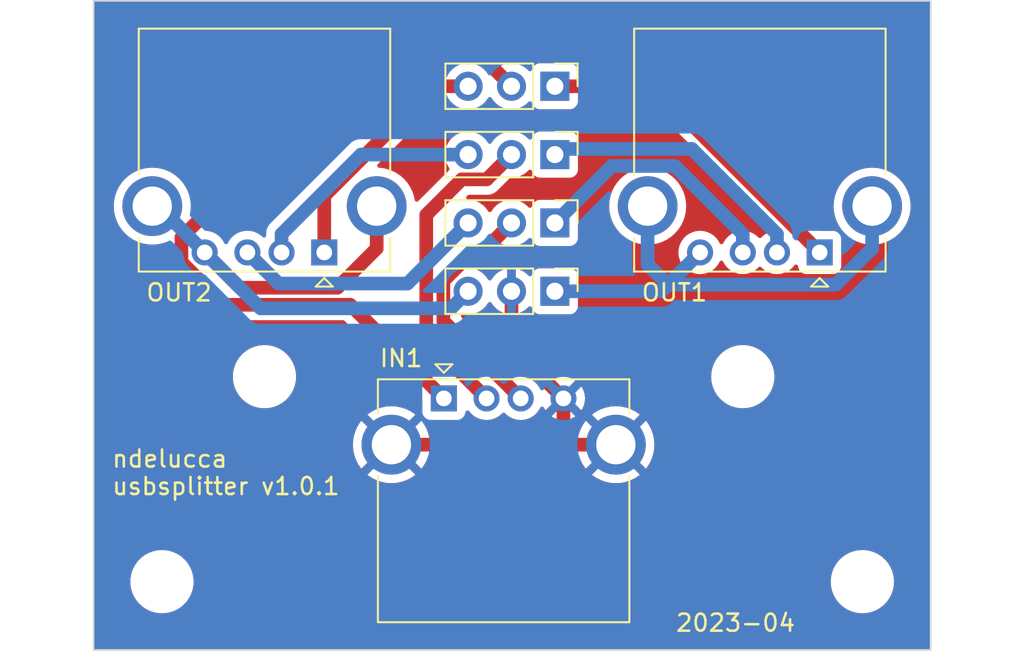
<source format=kicad_pcb>
(kicad_pcb (version 20221018) (generator pcbnew)
  (layers (0 "F.Cu" signal) (31 "B.Cu" signal) (34 "B.Paste" user) (35 "F.Paste" user) (36 "B.SilkS" user "B.Silkscreen") (37 "F.SilkS" user "F.Silkscreen") (38 "B.Mask" user) (39 "F.Mask" user) (44 "Edge.Cuts" user))
  (net 0 "")
  (net 1 "+5V")
  (net 2 "/D-")
  (net 3 "/D+")
  (net 4 "GND")
  (net 5 "/5VA")
  (net 6 "/D-A")
  (net 7 "/D+A")
  (net 8 "/GNDA")
  (net 9 "/5VB")
  (net 10 "/D-B")
  (net 11 "/D+B")
  (net 12 "/GNDB")
  (footprint "Connector_PinHeader_2.54mm:PinHeader_1x03_P2.54mm_Vertical" (layer "F.Cu") (at 179 78 -90)
    (fp_text reference "SW2" hide)
    (fp_text value "SW_SPDT")
    (fp_line (start -1.33 -1.33) (end 0 -1.33) (stroke (width 0.12)) (layer "F.SilkS"))
    (fp_line (start -1.33 0) (end -1.33 -1.33) (stroke (width 0.12)) (layer "F.SilkS"))
    (fp_line (start -1.33 1.27) (end -1.33 6.41) (stroke (width 0.12)) (layer "F.SilkS"))
    (fp_line (start -1.33 1.27) (end 1.33 1.27) (stroke (width 0.12)) (layer "F.SilkS"))
    (fp_line (start -1.33 6.41) (end 1.33 6.41) (stroke (width 0.12)) (layer "F.SilkS"))
    (fp_line (start 1.33 1.27) (end 1.33 6.41) (stroke (width 0.12)) (layer "F.SilkS"))
    (pad "1" thru_hole rect (at 0 0 270) (size 1.7 1.7) (drill 1) (layers "*.Cu" "*.Mask") (net 7 "/D+A"))
    (pad "2" thru_hole oval (at 0 2.54 270) (size 1.7 1.7) (drill 1) (layers "*.Cu" "*.Mask") (net 3 "/D+"))
    (pad "3" thru_hole oval (at 0 5.08 270) (size 1.7 1.7) (drill 1) (layers "*.Cu" "*.Mask") (net 11 "/D+B"))
  )
  (footprint "MountingHole:MountingHole_3.2mm_M3" (layer "F.Cu") (at 197 99)
    (fp_text reference "REF**" hide)
    (fp_text value "MountingHole_3.2mm_M3")
    (pad "" np_thru_hole circle (at 0 0) (size 3.2 3.2) (drill 3.2) (layers "F&B.Cu" "*.Mask"))
  )
  (footprint "MountingHole:MountingHole_3.2mm_M3" (layer "F.Cu") (at 156 99)
    (fp_text reference "REF**" hide)
    (fp_text value "MountingHole_3.2mm_M3")
    (pad "" np_thru_hole circle (at 0 0) (size 3.2 3.2) (drill 3.2) (layers "F&B.Cu" "*.Mask"))
  )
  (footprint "Connector_PinHeader_2.54mm:PinHeader_1x03_P2.54mm_Vertical" (layer "F.Cu") (at 179 74 -90)
    (fp_text reference "SW3" hide)
    (fp_text value "SW_SPDT")
    (fp_line (start -1.33 -1.33) (end 0 -1.33) (stroke (width 0.12)) (layer "F.SilkS"))
    (fp_line (start -1.33 0) (end -1.33 -1.33) (stroke (width 0.12)) (layer "F.SilkS"))
    (fp_line (start -1.33 1.27) (end -1.33 6.41) (stroke (width 0.12)) (layer "F.SilkS"))
    (fp_line (start -1.33 1.27) (end 1.33 1.27) (stroke (width 0.12)) (layer "F.SilkS"))
    (fp_line (start -1.33 6.41) (end 1.33 6.41) (stroke (width 0.12)) (layer "F.SilkS"))
    (fp_line (start 1.33 1.27) (end 1.33 6.41) (stroke (width 0.12)) (layer "F.SilkS"))
    (pad "1" thru_hole rect (at 0 0 270) (size 1.7 1.7) (drill 1) (layers "*.Cu" "*.Mask") (net 6 "/D-A"))
    (pad "2" thru_hole oval (at 0 2.54 270) (size 1.7 1.7) (drill 1) (layers "*.Cu" "*.Mask") (net 2 "/D-"))
    (pad "3" thru_hole oval (at 0 5.08 270) (size 1.7 1.7) (drill 1) (layers "*.Cu" "*.Mask") (net 10 "/D-B"))
  )
  (footprint "MountingHole:MountingHole_3.2mm_M3" (layer "F.Cu") (at 162 87)
    (fp_text reference "REF**" hide)
    (fp_text value "MountingHole_3.2mm_M3")
    (pad "" np_thru_hole circle (at 0 0) (size 3.2 3.2) (drill 3.2) (layers "F&B.Cu" "*.Mask"))
  )
  (footprint "Connector_PinHeader_2.54mm:PinHeader_1x03_P2.54mm_Vertical" (layer "F.Cu") (at 179 82 -90)
    (fp_text reference "SW4" hide)
    (fp_text value "SW_SPDT")
    (fp_line (start -1.33 -1.33) (end 0 -1.33) (stroke (width 0.12)) (layer "F.SilkS"))
    (fp_line (start -1.33 0) (end -1.33 -1.33) (stroke (width 0.12)) (layer "F.SilkS"))
    (fp_line (start -1.33 1.27) (end -1.33 6.41) (stroke (width 0.12)) (layer "F.SilkS"))
    (fp_line (start -1.33 1.27) (end 1.33 1.27) (stroke (width 0.12)) (layer "F.SilkS"))
    (fp_line (start -1.33 6.41) (end 1.33 6.41) (stroke (width 0.12)) (layer "F.SilkS"))
    (fp_line (start 1.33 1.27) (end 1.33 6.41) (stroke (width 0.12)) (layer "F.SilkS"))
    (pad "1" thru_hole rect (at 0 0 270) (size 1.7 1.7) (drill 1) (layers "*.Cu" "*.Mask") (net 8 "/GNDA"))
    (pad "2" thru_hole oval (at 0 2.54 270) (size 1.7 1.7) (drill 1) (layers "*.Cu" "*.Mask") (net 4 "GND"))
    (pad "3" thru_hole oval (at 0 5.08 270) (size 1.7 1.7) (drill 1) (layers "*.Cu" "*.Mask") (net 12 "/GNDB"))
  )
  (footprint "MountingHole:MountingHole_3.2mm_M3" (layer "F.Cu") (at 190 87)
    (fp_text reference "REF**" hide)
    (fp_text value "MountingHole_3.2mm_M3")
    (pad "" np_thru_hole circle (at 0 0) (size 3.2 3.2) (drill 3.2) (layers "*.Cu" "*.Mask"))
  )
  (footprint "Connector_USB:USB_A_CONNFLY_DS1095-WNR0" (layer "F.Cu") (at 172.5 88.2725)
    (fp_text reference "IN1" (at -2.5 -2.35) (layer "F.SilkS"))
    (fp_text value "USB_A")
    (fp_line (start -3.86 -1.12) (end -3.86 0.86) (stroke (width 0.12)) (layer "F.SilkS"))
    (fp_line (start -3.86 -1.12) (end 10.86 -1.12) (stroke (width 0.12)) (layer "F.SilkS"))
    (fp_line (start -3.86 4.56) (end -3.86 13.1) (stroke (width 0.12)) (layer "F.SilkS"))
    (fp_line (start -3.86 13.1) (end 10.86 13.1) (stroke (width 0.12)) (layer "F.SilkS"))
    (fp_line (start -0.5 -2) (end 0 -1.5) (stroke (width 0.12)) (layer "F.SilkS"))
    (fp_line (start 0 -1.5) (end 0.5 -2) (stroke (width 0.12)) (layer "F.SilkS"))
    (fp_line (start 0.5 -2) (end -0.5 -2) (stroke (width 0.12)) (layer "F.SilkS"))
    (fp_line (start 10.86 0.86) (end 10.86 -1.12) (stroke (width 0.12)) (layer "F.SilkS"))
    (fp_line (start 10.86 4.56) (end 10.86 13.1) (stroke (width 0.12)) (layer "F.SilkS"))
    (pad "1" thru_hole rect (at 0 0) (size 1.524 1.524) (drill 0.92) (layers "*.Cu" "*.Mask") (net 1 "+5V"))
    (pad "2" thru_hole circle (at 2.5 0) (size 1.524 1.524) (drill 0.92) (layers "*.Cu" "*.Mask") (net 2 "/D-"))
    (pad "3" thru_hole circle (at 4.5 0) (size 1.524 1.524) (drill 0.92) (layers "*.Cu" "*.Mask") (net 3 "/D+"))
    (pad "4" thru_hole circle (at 7 0) (size 1.524 1.524) (drill 0.92) (layers "*.Cu" "*.Mask") (net 4 "GND"))
    (pad "5" thru_hole circle (at -3.07 2.71) (size 3.5 3.5) (drill 2.3) (layers "*.Cu" "*.Mask") (net 4 "GND"))
    (pad "5" thru_hole circle (at 10.07 2.71) (size 3.5 3.5) (drill 2.3) (layers "*.Cu" "*.Mask") (net 4 "GND"))
  )
  (footprint "Connector_USB:USB_A_CONNFLY_DS1095-WNR0" (layer "F.Cu") (at 165.5 79.7275 180)
    (fp_text reference "OUT2" (at 8.5 -2.35) (layer "F.SilkS"))
    (fp_text value "USB_A")
    (fp_line (start -3.86 -1.12) (end -3.86 0.86) (stroke (width 0.12)) (layer "F.SilkS"))
    (fp_line (start -3.86 -1.12) (end 10.86 -1.12) (stroke (width 0.12)) (layer "F.SilkS"))
    (fp_line (start -3.86 4.56) (end -3.86 13.1) (stroke (width 0.12)) (layer "F.SilkS"))
    (fp_line (start -3.86 13.1) (end 10.86 13.1) (stroke (width 0.12)) (layer "F.SilkS"))
    (fp_line (start -0.5 -2) (end 0 -1.5) (stroke (width 0.12)) (layer "F.SilkS"))
    (fp_line (start 0 -1.5) (end 0.5 -2) (stroke (width 0.12)) (layer "F.SilkS"))
    (fp_line (start 0.5 -2) (end -0.5 -2) (stroke (width 0.12)) (layer "F.SilkS"))
    (fp_line (start 10.86 0.86) (end 10.86 -1.12) (stroke (width 0.12)) (layer "F.SilkS"))
    (fp_line (start 10.86 4.56) (end 10.86 13.1) (stroke (width 0.12)) (layer "F.SilkS"))
    (pad "1" thru_hole rect (at 0 0 180) (size 1.524 1.524) (drill 0.92) (layers "*.Cu" "*.Mask") (net 9 "/5VB"))
    (pad "2" thru_hole circle (at 2.5 0 180) (size 1.524 1.524) (drill 0.92) (layers "*.Cu" "*.Mask") (net 10 "/D-B"))
    (pad "3" thru_hole circle (at 4.5 0 180) (size 1.524 1.524) (drill 0.92) (layers "*.Cu" "*.Mask") (net 11 "/D+B"))
    (pad "4" thru_hole circle (at 7 0 180) (size 1.524 1.524) (drill 0.92) (layers "*.Cu" "*.Mask") (net 12 "/GNDB"))
    (pad "5" thru_hole circle (at -3.07 2.71 180) (size 3.5 3.5) (drill 2.3) (layers "*.Cu" "*.Mask") (net 12 "/GNDB"))
    (pad "5" thru_hole circle (at 10.07 2.71 180) (size 3.5 3.5) (drill 2.3) (layers "*.Cu" "*.Mask") (net 12 "/GNDB"))
  )
  (footprint "Connector_PinHeader_2.54mm:PinHeader_1x03_P2.54mm_Vertical" (layer "F.Cu") (at 179 70 -90)
    (fp_text reference "SW1" hide)
    (fp_text value "SW_SPDT")
    (fp_line (start -1.33 -1.33) (end 0 -1.33) (stroke (width 0.12)) (layer "F.SilkS"))
    (fp_line (start -1.33 0) (end -1.33 -1.33) (stroke (width 0.12)) (layer "F.SilkS"))
    (fp_line (start -1.33 1.27) (end -1.33 6.41) (stroke (width 0.12)) (layer "F.SilkS"))
    (fp_line (start -1.33 1.27) (end 1.33 1.27) (stroke (width 0.12)) (layer "F.SilkS"))
    (fp_line (start -1.33 6.41) (end 1.33 6.41) (stroke (width 0.12)) (layer "F.SilkS"))
    (fp_line (start 1.33 1.27) (end 1.33 6.41) (stroke (width 0.12)) (layer "F.SilkS"))
    (pad "1" thru_hole rect (at 0 0 270) (size 1.7 1.7) (drill 1) (layers "*.Cu" "*.Mask") (net 5 "/5VA"))
    (pad "2" thru_hole oval (at 0 2.54 270) (size 1.7 1.7) (drill 1) (layers "*.Cu" "*.Mask") (net 1 "+5V"))
    (pad "3" thru_hole oval (at 0 5.08 270) (size 1.7 1.7) (drill 1) (layers "*.Cu" "*.Mask") (net 9 "/5VB"))
  )
  (footprint "Connector_USB:USB_A_CONNFLY_DS1095-WNR0" (layer "F.Cu") (at 194.5 79.7275 180)
    (fp_text reference "OUT1" (at 8.5 -2.35) (layer "F.SilkS"))
    (fp_text value "USB_A")
    (fp_line (start -3.86 -1.12) (end -3.86 0.86) (stroke (width 0.12)) (layer "F.SilkS"))
    (fp_line (start -3.86 -1.12) (end 10.86 -1.12) (stroke (width 0.12)) (layer "F.SilkS"))
    (fp_line (start -3.86 4.56) (end -3.86 13.1) (stroke (width 0.12)) (layer "F.SilkS"))
    (fp_line (start -3.86 13.1) (end 10.86 13.1) (stroke (width 0.12)) (layer "F.SilkS"))
    (fp_line (start -0.5 -2) (end 0 -1.5) (stroke (width 0.12)) (layer "F.SilkS"))
    (fp_line (start 0 -1.5) (end 0.5 -2) (stroke (width 0.12)) (layer "F.SilkS"))
    (fp_line (start 0.5 -2) (end -0.5 -2) (stroke (width 0.12)) (layer "F.SilkS"))
    (fp_line (start 10.86 0.86) (end 10.86 -1.12) (stroke (width 0.12)) (layer "F.SilkS"))
    (fp_line (start 10.86 4.56) (end 10.86 13.1) (stroke (width 0.12)) (layer "F.SilkS"))
    (pad "1" thru_hole rect (at 0 0 180) (size 1.524 1.524) (drill 0.92) (layers "*.Cu" "*.Mask") (net 5 "/5VA"))
    (pad "2" thru_hole circle (at 2.5 0 180) (size 1.524 1.524) (drill 0.92) (layers "*.Cu" "*.Mask") (net 6 "/D-A"))
    (pad "3" thru_hole circle (at 4.5 0 180) (size 1.524 1.524) (drill 0.92) (layers "*.Cu" "*.Mask") (net 7 "/D+A"))
    (pad "4" thru_hole circle (at 7 0 180) (size 1.524 1.524) (drill 0.92) (layers "*.Cu" "*.Mask") (net 8 "/GNDA"))
    (pad "5" thru_hole circle (at -3.07 2.71 180) (size 3.5 3.5) (drill 2.3) (layers "*.Cu" "*.Mask") (net 8 "/GNDA"))
    (pad "5" thru_hole circle (at 10.07 2.71 180) (size 3.5 3.5) (drill 2.3) (layers "*.Cu" "*.Mask") (net 8 "/GNDA"))
  )
  (gr_line (start 152 103) (end 201 103) (stroke (width 0.1)) (layer "Edge.Cuts"))
  (gr_line (start 152 65) (end 152 103) (stroke (width 0.1)) (layer "Edge.Cuts"))
  (gr_line (start 201 103) (end 201 65) (stroke (width 0.1)) (layer "Edge.Cuts"))
  (gr_line (start 201 65) (end 152 65) (stroke (width 0.1)) (layer "Edge.Cuts"))
  (gr_text "2023-04" (at 186 102) (layer "F.SilkS") (effects (font (size 1 1)) (justify left bottom)))
  (gr_text "ndelucca\nusbsplitter v1.0.1" (at 153 94) (layer "F.SilkS") (effects (font (size 1 1)) (justify left bottom)))
  (segment (start 157.138 80.291659) (end 157.138 78.862) (width 0.8) (layer "F.Cu") (net 1))
  (segment (start 157.138 78.862) (end 168 68) (width 0.8) (layer "F.Cu") (net 1))
  (segment (start 167.020393 82.792893) (end 159.639234 82.792893) (width 0.8) (layer "F.Cu") (net 1))
  (segment (start 172.5 88.2725) (end 167.020393 82.792893) (width 0.8) (layer "F.Cu") (net 1))
  (segment (start 174.46 68) (end 176.46 70) (width 0.8) (layer "F.Cu") (net 1))
  (segment (start 168 68) (end 174.46 68) (width 0.8) (layer "F.Cu") (net 1))
  (segment (start 159.639234 82.792893) (end 157.138 80.291659) (width 0.8) (layer "F.Cu") (net 1))
  (segment (start 171.47 84.7425) (end 175 88.2725) (width 0.8) (layer "F.Cu") (net 2))
  (segment (start 175.01 75.45) (end 176.46 74) (width 0.8) (layer "F.Cu") (net 2))
  (segment (start 171.47 84.7425) (end 171.47 77.53) (width 0.8) (layer "F.Cu") (net 2))
  (segment (start 173.55 75.45) (end 175.01 75.45) (width 0.8) (layer "F.Cu") (net 2))
  (segment (start 171.47 77.53) (end 173.55 75.45) (width 0.8) (layer "F.Cu") (net 2))
  (segment (start 172.47 81.39939) (end 173.86939 80) (width 0.8) (layer "F.Cu") (net 3))
  (segment (start 172.47 83.7425) (end 172.47 81.39939) (width 0.8) (layer "F.Cu") (net 3))
  (segment (start 174.46 80) (end 176.46 78) (width 0.8) (layer "F.Cu") (net 3))
  (segment (start 177 88.2725) (end 172.47 83.7425) (width 0.8) (layer "F.Cu") (net 3))
  (segment (start 173.86939 80) (end 174.46 80) (width 0.8) (layer "F.Cu") (net 3))
  (segment (start 179 90.9825) (end 182.57 90.9825) (width 0.8) (layer "F.Cu") (net 4))
  (segment (start 169.43 90.9825) (end 179 90.9825) (width 0.8) (layer "F.Cu") (net 4))
  (segment (start 179.5 90.4825) (end 179 90.9825) (width 0.8) (layer "F.Cu") (net 4))
  (segment (start 179.5 88.2725) (end 179.5 90.4825) (width 0.8) (layer "F.Cu") (net 4))
  (segment (start 176.46 85.2325) (end 176.46 82) (width 0.8) (layer "F.Cu") (net 4))
  (segment (start 176.46 85.2325) (end 179.5 88.2725) (width 0.8) (layer "F.Cu") (net 4))
  (segment (start 184.7725 70) (end 187.88625 73.11375) (width 0.8) (layer "F.Cu") (net 5))
  (segment (start 187.88625 73.11375) (end 194.5 79.7275) (width 0.8) (layer "F.Cu") (net 5))
  (segment (start 179 70) (end 184.7725 70) (width 0.8) (layer "F.Cu") (net 5))
  (segment (start 192 78.64987) (end 192 79.7275) (width 0.8) (layer "B.Cu") (net 6))
  (segment (start 187.01763 73.6675) (end 179.3325 73.6675) (width 0.8) (layer "B.Cu") (net 6))
  (segment (start 179.3325 73.6675) (end 179 74) (width 0.8) (layer "B.Cu") (net 6))
  (segment (start 192 78.64987) (end 187.01763 73.6675) (width 0.8) (layer "B.Cu") (net 6))
  (segment (start 182.3325 74.6675) (end 179 78) (width 0.8) (layer "B.Cu") (net 7))
  (segment (start 186.01763 74.6675) (end 182.3325 74.6675) (width 0.8) (layer "B.Cu") (net 7))
  (segment (start 190 78.64987) (end 190 79.7275) (width 0.8) (layer "B.Cu") (net 7))
  (segment (start 186.01763 74.6675) (end 190 78.64987) (width 0.8) (layer "B.Cu") (net 7))
  (segment (start 179 82) (end 185.2275 82) (width 0.8) (layer "B.Cu") (net 8))
  (segment (start 185.61375 81.61375) (end 187.5 79.7275) (width 0.8) (layer "B.Cu") (net 8))
  (segment (start 184.43 80.43) (end 185.61375 81.61375) (width 0.8) (layer "B.Cu") (net 8))
  (segment (start 185.61375 81.61375) (end 195.448623 81.61375) (width 0.8) (layer "B.Cu") (net 8))
  (segment (start 197.57 79.492373) (end 197.57 77.0175) (width 0.8) (layer "B.Cu") (net 8))
  (segment (start 185.2275 82) (end 185.61375 81.61375) (width 0.8) (layer "B.Cu") (net 8))
  (segment (start 195.448623 81.61375) (end 197.57 79.492373) (width 0.8) (layer "B.Cu") (net 8))
  (segment (start 184.43 77.0175) (end 184.43 80.43) (width 0.8) (layer "B.Cu") (net 8))
  (segment (start 171.92 70) (end 170.46 71.46) (width 0.8) (layer "F.Cu") (net 9))
  (segment (start 165.5 76.42) (end 165.5 79.7275) (width 0.8) (layer "F.Cu") (net 9))
  (segment (start 173.92 70) (end 171.92 70) (width 0.8) (layer "F.Cu") (net 9))
  (segment (start 170.46 71.46) (end 165.5 76.42) (width 0.8) (layer "F.Cu") (net 9))
  (segment (start 167.64987 74) (end 173.92 74) (width 0.8) (layer "B.Cu") (net 10))
  (segment (start 163 78.64987) (end 167.64987 74) (width 0.8) (layer "B.Cu") (net 10))
  (segment (start 163 79.7275) (end 163 78.64987) (width 0.8) (layer "B.Cu") (net 10))
  (segment (start 162.8225 81.55) (end 170.37 81.55) (width 0.8) (layer "B.Cu") (net 11))
  (segment (start 173.92 78) (end 170.37 81.55) (width 0.8) (layer "B.Cu") (net 11))
  (segment (start 161 79.7275) (end 162.8225 81.55) (width 0.8) (layer "B.Cu") (net 11))
  (segment (start 168.57 77.0175) (end 168.57 79.492373) (width 0.8) (layer "F.Cu") (net 12))
  (segment (start 160.565393 81.792893) (end 158.5 79.7275) (width 0.8) (layer "F.Cu") (net 12))
  (segment (start 166.26948 81.792893) (end 160.565393 81.792893) (width 0.8) (layer "F.Cu") (net 12))
  (segment (start 168.57 79.492373) (end 166.26948 81.792893) (width 0.8) (layer "F.Cu") (net 12))
  (segment (start 155.79 77.0175) (end 158.5 79.7275) (width 0.8) (layer "B.Cu") (net 12))
  (segment (start 161.7725 83) (end 172.92 83) (width 0.8) (layer "B.Cu") (net 12))
  (segment (start 158.5 79.7275) (end 161.7725 83) (width 0.8) (layer "B.Cu") (net 12))
  (segment (start 155.43 77.0175) (end 155.79 77.0175) (width 0.8) (layer "B.Cu") (net 12))
  (segment (start 172.92 83) (end 173.92 82) (width 0.8) (layer "B.Cu") (net 12))
  (zone (net 4) (net_name "GND") (layer "F.Cu") (connect_pads (clearance 0.5)) (min_thickness 0.25) (fill yes (thermal_gap 0.5) (thermal_bridge_width 0.5))
    (polygon (pts (xy 152 65) (xy 201 65) (xy 201 103) (xy 152 103)))
  )
  (zone (net 4) (net_name "GND") (layer "B.Cu") (priority 1) (connect_pads (clearance 0.5)) (min_thickness 0.25) (fill yes (thermal_gap 0.5) (thermal_bridge_width 0.5))
    (polygon (pts (xy 152 65) (xy 201 65) (xy 201 103) (xy 152 103)))
  )
)
</source>
